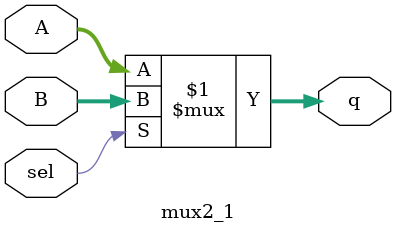
<source format=v>
`timescale 1ns / 1ps


module mux2_1(
    input [7:0] A,
    input [7:0] B,
    input sel,
    output [7:0] q
    );
    
    assign q = sel ? B : A;
endmodule

</source>
